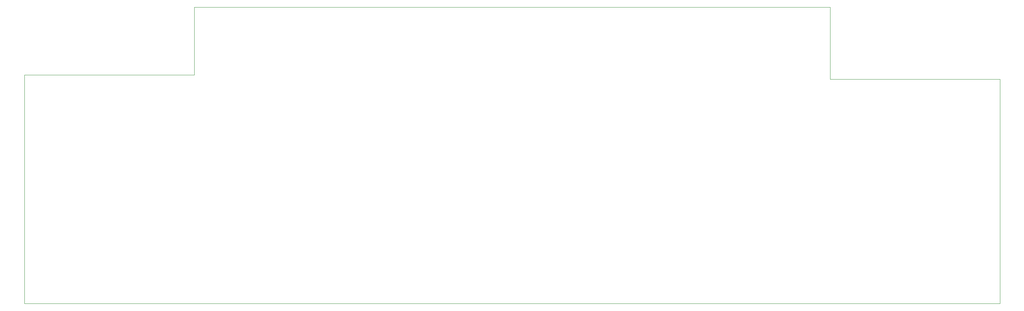
<source format=gbr>
%FSTAX66Y66*%
%MOMM*%
%SFA1B1*%

%IPPOS*%
%ADD26C,0.025400*%
%LNmtrl_50mm_thru_profile-1*%
%LPD*%
G54D26*
X0Y0D02*
Y000053998393D01*
X000039999996Y000053998368*
Y000069999555*
X000190000001*
Y000052999995*
X000229999997*
Y0*
X0*
M02*
</source>
